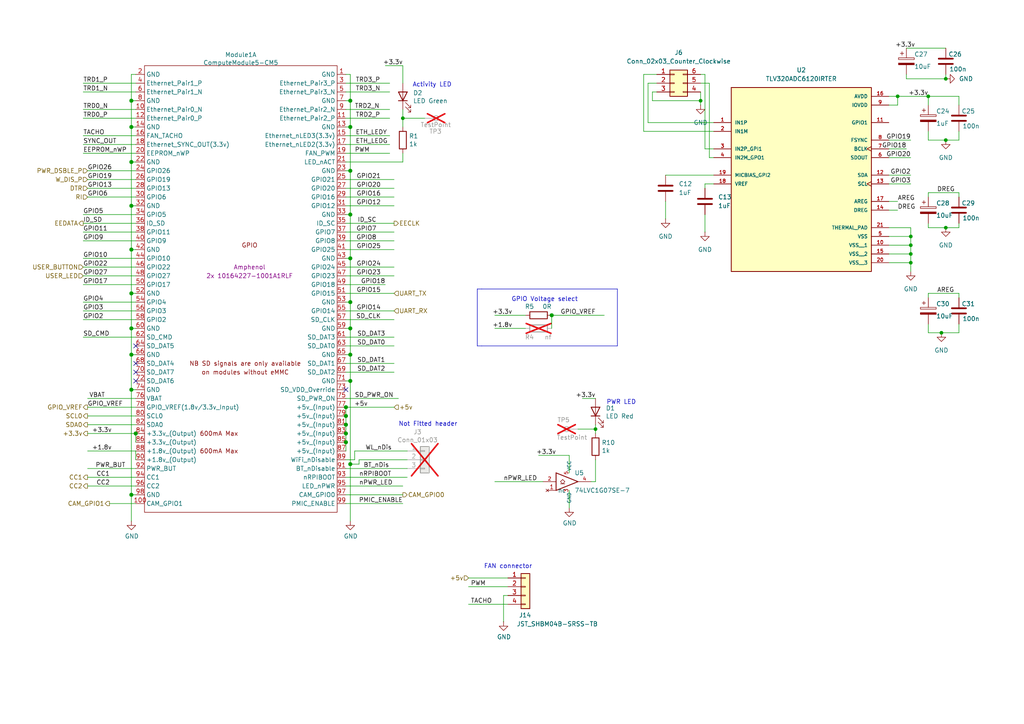
<source format=kicad_sch>
(kicad_sch (version 20250114) (generator "eeschema") (generator_version "9.0")
  (paper "A4")
  (title_block (title "Compute Module 5 IO Board") (rev "1") (company "E-SMART SOLUTIONS") (comment 1 "Mostafa Bakir"))
  (text "Activity LED" (at 119.634 25.4 0) (effects (font (size 1.27 1.27)) (justify left bottom)))
  (text "FAN connector\n" (at 140.335 165.1 0) (effects (font (size 1.27 1.27)) (justify left bottom)))
  (text "GPIO Voltage select\n" (at 167.64 87.63 0) (effects (font (size 1.27 1.27)) (justify right bottom)))
  (text "Not Fitted header" (at 132.715 123.825 0) (effects (font (size 1.27 1.27)) (justify right bottom)))
  (text "PWR LED" (at 175.895 117.475 0) (effects (font (size 1.27 1.27)) (justify left bottom)))
  (junction (at 101.6 36.83) (diameter 1.016))
  (junction (at 101.6 29.21) (diameter 1.016))
  (junction (at 101.6 102.87) (diameter 1.016))
  (junction (at 38.1 113.03) (diameter 1.016))
  (junction (at 273.05 96.52))
  (junction (at 38.1 46.99) (diameter 1.016))
  (junction (at 100.33 125.73) (diameter 1.016))
  (junction (at 38.1 72.39) (diameter 1.016))
  (junction (at 100.33 123.19) (diameter 1.016))
  (junction (at 38.1 143.51) (diameter 1.016))
  (junction (at 38.1 59.69) (diameter 1.016))
  (junction (at 101.6 62.23) (diameter 1.016))
  (junction (at 38.1 95.25) (diameter 1.016))
  (junction (at 264.16 73.66))
  (junction (at 264.16 76.2))
  (junction (at 100.33 118.11) (diameter 1.016))
  (junction (at 101.6 95.25) (diameter 1.016))
  (junction (at 274.32 40.64))
  (junction (at 269.24 27.94))
  (junction (at 101.6 87.63) (diameter 1.016))
  (junction (at 38.1 85.09) (diameter 1.016))
  (junction (at 100.33 120.65) (diameter 1.016))
  (junction (at 172.72 124.46))
  (junction (at 38.1 36.83) (diameter 1.016))
  (junction (at 39.37 125.73) (diameter 1.016))
  (junction (at 38.1 102.87) (diameter 1.016))
  (junction (at 160.02 91.44) (diameter 1.016))
  (junction (at 38.1 29.21) (diameter 1.016))
  (junction (at 100.33 128.27) (diameter 1.016))
  (junction (at 116.84 34.29))
  (junction (at 203.2 29.21))
  (junction (at 101.6 110.49) (diameter 1.016))
  (junction (at 101.6 134.62) (diameter 1.016))
  (junction (at 101.6 49.53) (diameter 1.016))
  (junction (at 274.32 22.86))
  (junction (at 264.16 71.12))
  (junction (at 101.6 74.93) (diameter 1.016))
  (junction (at 264.16 68.58))
  (junction (at 274.32 66.04))
  (junction (at 260.35 27.94))
  (no_connect (at 39.37 107.95))
  (no_connect (at 100.33 113.03))
  (no_connect (at 39.37 100.33))
  (no_connect (at 39.37 105.41))
  (no_connect (at 39.37 110.49))
  (wire (pts (xy 278.13 30.48) (xy 278.13 27.94)))
  (wire (pts (xy 101.6 110.49) (xy 101.6 134.62)))
  (wire (pts (xy 204.47 62.23) (xy 204.47 67.31)))
  (wire (pts (xy 100.33 135.89) (xy 118.11 135.89)))
  (wire (pts (xy 189.23 29.21) (xy 203.2 29.21)))
  (wire (pts (xy 187.96 24.13) (xy 190.5 24.13)))
  (wire (pts (xy 100.33 102.87) (xy 101.6 102.87)))
  (wire (pts (xy 24.13 90.17) (xy 39.37 90.17)))
  (wire (pts (xy 204.47 21.59) (xy 204.47 43.18)))
  (wire (pts (xy 39.37 133.35) (xy 39.37 130.81)))
  (wire (pts (xy 260.35 30.48) (xy 260.35 27.94)))
  (wire (pts (xy 24.13 44.45) (xy 39.37 44.45)))
  (wire (pts (xy 100.33 95.25) (xy 101.6 95.25)))
  (wire (pts (xy 101.6 102.87) (xy 101.6 110.49)))
  (wire (pts (xy 100.33 100.33) (xy 114.3 100.33)))
  (wire (pts (xy 39.37 128.27) (xy 39.37 125.73)))
  (wire (pts (xy 100.33 118.11) (xy 114.3 118.11)))
  (wire (pts (xy 101.6 36.83) (xy 101.6 49.53)))
  (polyline (pts (xy 179.07 83.82) (xy 179.07 100.33)) (stroke (width 0) (type solid)))
  (wire (pts (xy 24.13 92.71) (xy 39.37 92.71)))
  (wire (pts (xy 278.13 96.52) (xy 278.13 93.98)))
  (wire (pts (xy 205.74 45.72) (xy 207.01 45.72)))
  (wire (pts (xy 116.84 36.83) (xy 116.84 34.29)))
  (wire (pts (xy 262.89 22.86) (xy 274.32 22.86)))
  (wire (pts (xy 24.13 31.75) (xy 39.37 31.75)))
  (wire (pts (xy 186.69 38.1) (xy 186.69 21.59)))
  (wire (pts (xy 24.13 77.47) (xy 39.37 77.47)))
  (wire (pts (xy 100.33 29.21) (xy 101.6 29.21)))
  (wire (pts (xy 100.33 90.17) (xy 114.3 90.17)))
  (wire (pts (xy 24.13 82.55) (xy 39.37 82.55)))
  (wire (pts (xy 264.16 76.2) (xy 264.16 73.66)))
  (wire (pts (xy 24.13 80.01) (xy 39.37 80.01)))
  (wire (pts (xy 100.33 34.29) (xy 113.03 34.29)))
  (wire (pts (xy 39.37 36.83) (xy 38.1 36.83)))
  (wire (pts (xy 100.33 44.45) (xy 113.03 44.45)))
  (wire (pts (xy 100.33 31.75) (xy 113.03 31.75)))
  (wire (pts (xy 102.87 133.35) (xy 102.87 130.81)))
  (wire (pts (xy 24.13 67.31) (xy 39.37 67.31)))
  (wire (pts (xy 104.14 133.35) (xy 118.11 133.35)))
  (wire (pts (xy 100.33 87.63) (xy 101.6 87.63)))
  (wire (pts (xy 24.13 39.37) (xy 39.37 39.37)))
  (wire (pts (xy 39.37 21.59) (xy 38.1 21.59)))
  (wire (pts (xy 101.6 21.59) (xy 101.6 29.21)))
  (wire (pts (xy 101.6 29.21) (xy 101.6 36.83)))
  (wire (pts (xy 38.1 143.51) (xy 38.1 151.13)))
  (wire (pts (xy 146.05 172.72) (xy 146.05 180.34)))
  (wire (pts (xy 264.16 68.58) (xy 257.81 68.58)))
  (wire (pts (xy 165.1 142.24) (xy 165.1 147.32)))
  (wire (pts (xy 100.33 57.15) (xy 114.3 57.15)))
  (wire (pts (xy 262.89 13.97) (xy 274.32 13.97)))
  (wire (pts (xy 167.64 124.46) (xy 172.72 124.46)))
  (wire (pts (xy 165.1 137.16) (xy 165.1 132.08)))
  (wire (pts (xy 262.89 21.59) (xy 262.89 22.86)))
  (wire (pts (xy 100.33 143.51) (xy 116.84 143.51)))
  (wire (pts (xy 257.81 30.48) (xy 260.35 30.48)))
  (wire (pts (xy 100.33 107.95) (xy 114.3 107.95)))
  (wire (pts (xy 100.33 80.01) (xy 114.3 80.01)))
  (wire (pts (xy 25.4 138.43) (xy 39.37 138.43)))
  (wire (pts (xy 101.6 95.25) (xy 101.6 102.87)))
  (wire (pts (xy 38.1 72.39) (xy 38.1 85.09)))
  (wire (pts (xy 101.6 49.53) (xy 101.6 62.23)))
  (wire (pts (xy 143.51 95.25) (xy 152.4 95.25)))
  (wire (pts (xy 24.13 74.93) (xy 39.37 74.93)))
  (wire (pts (xy 100.33 140.97) (xy 116.84 140.97)))
  (wire (pts (xy 205.74 24.13) (xy 203.2 24.13)))
  (wire (pts (xy 264.16 68.58) (xy 264.16 71.12)))
  (wire (pts (xy 39.37 29.21) (xy 38.1 29.21)))
  (wire (pts (xy 25.4 140.97) (xy 39.37 140.97)))
  (wire (pts (xy 25.4 135.89) (xy 39.37 135.89)))
  (wire (pts (xy 100.33 128.27) (xy 100.33 130.81)))
  (wire (pts (xy 273.05 96.52) (xy 278.13 96.52)))
  (wire (pts (xy 100.33 41.91) (xy 113.03 41.91)))
  (wire (pts (xy 100.33 115.57) (xy 115.57 115.57)))
  (wire (pts (xy 114.3 97.79) (xy 100.33 97.79)))
  (wire (pts (xy 24.13 26.67) (xy 39.37 26.67)))
  (wire (pts (xy 186.69 21.59) (xy 190.5 21.59)))
  (wire (pts (xy 25.4 49.53) (xy 39.37 49.53)))
  (wire (pts (xy 278.13 64.77) (xy 278.13 66.04)))
  (wire (pts (xy 100.33 120.65) (xy 100.33 123.19)))
  (wire (pts (xy 100.33 74.93) (xy 101.6 74.93)))
  (wire (pts (xy 100.33 39.37) (xy 113.03 39.37)))
  (polyline (pts (xy 139.7 83.82) (xy 179.07 83.82)) (stroke (width 0) (type solid)))
  (wire (pts (xy 269.24 66.04) (xy 269.24 64.77)))
  (wire (pts (xy 207.01 43.18) (xy 204.47 43.18)))
  (wire (pts (xy 278.13 55.88) (xy 278.13 57.15)))
  (wire (pts (xy 100.33 138.43) (xy 118.11 138.43)))
  (wire (pts (xy 38.1 95.25) (xy 39.37 95.25)))
  (wire (pts (xy 257.81 43.18) (xy 262.89 43.18)))
  (wire (pts (xy 38.1 102.87) (xy 38.1 113.03)))
  (wire (pts (xy 38.1 85.09) (xy 38.1 95.25)))
  (wire (pts (xy 31.75 146.05) (xy 39.37 146.05)))
  (wire (pts (xy 116.84 19.05) (xy 116.84 24.13)))
  (wire (pts (xy 269.24 96.52) (xy 273.05 96.52)))
  (wire (pts (xy 203.2 29.21) (xy 203.2 30.48)))
  (wire (pts (xy 257.81 53.34) (xy 264.16 53.34)))
  (wire (pts (xy 264.16 73.66) (xy 264.16 71.12)))
  (wire (pts (xy 116.84 34.29) (xy 116.84 31.75)))
  (wire (pts (xy 257.81 40.64) (xy 264.16 40.64)))
  (wire (pts (xy 264.16 66.04) (xy 264.16 68.58)))
  (wire (pts (xy 204.47 21.59) (xy 203.2 21.59)))
  (wire (pts (xy 190.5 26.67) (xy 189.23 26.67)))
  (wire (pts (xy 104.14 134.62) (xy 104.14 133.35)))
  (wire (pts (xy 101.6 134.62) (xy 101.6 151.13)))
  (wire (pts (xy 38.1 59.69) (xy 38.1 72.39)))
  (wire (pts (xy 274.32 66.04) (xy 269.24 66.04)))
  (wire (pts (xy 38.1 113.03) (xy 39.37 113.03)))
  (wire (pts (xy 38.1 72.39) (xy 39.37 72.39)))
  (wire (pts (xy 25.4 54.61) (xy 39.37 54.61)))
  (wire (pts (xy 100.33 52.07) (xy 114.3 52.07)))
  (wire (pts (xy 186.69 38.1) (xy 207.01 38.1)))
  (wire (pts (xy 257.81 58.42) (xy 260.35 58.42)))
  (wire (pts (xy 257.81 73.66) (xy 264.16 73.66)))
  (wire (pts (xy 25.4 130.81) (xy 39.37 130.81)))
  (wire (pts (xy 260.35 27.94) (xy 269.24 27.94)))
  (wire (pts (xy 24.13 97.79) (xy 39.37 97.79)))
  (wire (pts (xy 24.13 24.13) (xy 39.37 24.13)))
  (wire (pts (xy 100.33 62.23) (xy 101.6 62.23)))
  (wire (pts (xy 100.33 24.13) (xy 113.03 24.13)))
  (wire (pts (xy 100.33 36.83) (xy 101.6 36.83)))
  (wire (pts (xy 38.1 95.25) (xy 38.1 102.87)))
  (wire (pts (xy 172.72 133.35) (xy 172.72 139.7)))
  (wire (pts (xy 193.04 50.8) (xy 207.01 50.8)))
  (wire (pts (xy 39.37 143.51) (xy 38.1 143.51)))
  (wire (pts (xy 25.4 57.15) (xy 39.37 57.15)))
  (wire (pts (xy 25.4 123.19) (xy 39.37 123.19)))
  (wire (pts (xy 38.1 113.03) (xy 38.1 143.51)))
  (wire (pts (xy 165.1 132.08) (xy 156.21 132.08)))
  (wire (pts (xy 172.72 123.19) (xy 172.72 124.46)))
  (wire (pts (xy 269.24 55.88) (xy 278.13 55.88)))
  (wire (pts (xy 102.87 130.81) (xy 118.11 130.81)))
  (wire (pts (xy 100.33 146.05) (xy 116.84 146.05)))
  (wire (pts (xy 100.33 64.77) (xy 114.3 64.77)))
  (wire (pts (xy 274.32 40.64) (xy 278.13 40.64)))
  (wire (pts (xy 101.6 87.63) (xy 101.6 95.25)))
  (wire (pts (xy 269.24 57.15) (xy 269.24 55.88)))
  (wire (pts (xy 147.32 172.72) (xy 146.05 172.72)))
  (wire (pts (xy 100.33 54.61) (xy 114.3 54.61)))
  (wire (pts (xy 278.13 86.36) (xy 278.13 85.09)))
  (wire (pts (xy 264.16 78.74) (xy 264.16 76.2)))
  (wire (pts (xy 116.84 46.99) (xy 116.84 44.45)))
  (wire (pts (xy 100.33 133.35) (xy 102.87 133.35)))
  (wire (pts (xy 100.33 69.85) (xy 114.3 69.85)))
  (wire (pts (xy 114.3 105.41) (xy 100.33 105.41)))
  (wire (pts (xy 257.81 45.72) (xy 264.16 45.72)))
  (wire (pts (xy 25.4 118.11) (xy 39.37 118.11)))
  (wire (pts (xy 100.33 85.09) (xy 114.3 85.09)))
  (wire (pts (xy 257.81 76.2) (xy 264.16 76.2)))
  (wire (pts (xy 135.89 170.18) (xy 147.32 170.18)))
  (wire (pts (xy 143.51 91.44) (xy 152.4 91.44)))
  (wire (pts (xy 24.13 34.29) (xy 39.37 34.29)))
  (wire (pts (xy 25.4 115.57) (xy 39.37 115.57)))
  (wire (pts (xy 207.01 35.56) (xy 187.96 35.56)))
  (wire (pts (xy 25.4 125.73) (xy 39.37 125.73)))
  (wire (pts (xy 100.33 59.69) (xy 114.3 59.69)))
  (wire (pts (xy 135.89 175.26) (xy 147.32 175.26)))
  (wire (pts (xy 257.81 50.8) (xy 264.16 50.8)))
  (wire (pts (xy 114.3 92.71) (xy 100.33 92.71)))
  (wire (pts (xy 100.33 67.31) (xy 114.3 67.31)))
  (wire (pts (xy 278.13 38.1) (xy 278.13 40.64)))
  (wire (pts (xy 24.13 64.77) (xy 39.37 64.77)))
  (wire (pts (xy 172.72 139.7) (xy 171.45 139.7)))
  (wire (pts (xy 269.24 85.09) (xy 269.24 86.36)))
  (wire (pts (xy 274.32 22.86) (xy 274.32 21.59)))
  (wire (pts (xy 25.4 120.65) (xy 39.37 120.65)))
  (wire (pts (xy 38.1 36.83) (xy 38.1 46.99)))
  (wire (pts (xy 100.33 46.99) (xy 116.84 46.99)))
  (polyline (pts (xy 138.43 100.33) (xy 138.43 83.82)) (stroke (width 0) (type solid)))
  (wire (pts (xy 160.02 91.44) (xy 175.26 91.44)))
  (wire (pts (xy 257.81 71.12) (xy 264.16 71.12)))
  (wire (pts (xy 269.24 93.98) (xy 269.24 96.52)))
  (wire (pts (xy 204.47 53.34) (xy 204.47 54.61)))
  (wire (pts (xy 205.74 24.13) (xy 205.74 45.72)))
  (wire (pts (xy 172.72 115.57) (xy 168.91 115.57)))
  (wire (pts (xy 100.33 72.39) (xy 114.3 72.39)))
  (wire (pts (xy 38.1 29.21) (xy 38.1 36.83)))
  (wire (pts (xy 100.33 21.59) (xy 101.6 21.59)))
  (wire (pts (xy 100.33 110.49) (xy 101.6 110.49)))
  (wire (pts (xy 278.13 85.09) (xy 269.24 85.09)))
  (wire (pts (xy 143.51 139.7) (xy 157.48 139.7)))
  (wire (pts (xy 24.13 69.85) (xy 39.37 69.85)))
  (wire (pts (xy 24.13 87.63) (xy 39.37 87.63)))
  (wire (pts (xy 100.33 118.11) (xy 100.33 120.65)))
  (wire (pts (xy 278.13 27.94) (xy 269.24 27.94)))
  (wire (pts (xy 111.76 19.05) (xy 116.84 19.05)))
  (wire (pts (xy 100.33 49.53) (xy 101.6 49.53)))
  (wire (pts (xy 278.13 66.04) (xy 274.32 66.04)))
  (wire (pts (xy 100.33 26.67) (xy 113.03 26.67)))
  (wire (pts (xy 257.81 60.96) (xy 260.35 60.96)))
  (wire (pts (xy 24.13 62.23) (xy 39.37 62.23)))
  (wire (pts (xy 24.13 41.91) (xy 39.37 41.91)))
  (wire (pts (xy 203.2 26.67) (xy 203.2 29.21)))
  (wire (pts (xy 189.23 26.67) (xy 189.23 29.21)))
  (wire (pts (xy 101.6 74.93) (xy 101.6 87.63)))
  (polyline (pts (xy 139.7 83.82) (xy 138.43 83.82)) (stroke (width 0) (type solid)))
  (wire (pts (xy 257.81 66.04) (xy 264.16 66.04)))
  (wire (pts (xy 100.33 123.19) (xy 100.33 125.73)))
  (wire (pts (xy 25.4 52.07) (xy 39.37 52.07)))
  (wire (pts (xy 38.1 46.99) (xy 39.37 46.99)))
  (wire (pts (xy 187.96 35.56) (xy 187.96 24.13)))
  (wire (pts (xy 38.1 21.59) (xy 38.1 29.21)))
  (wire (pts (xy 135.89 167.64) (xy 147.32 167.64)))
  (wire (pts (xy 269.24 40.64) (xy 274.32 40.64)))
  (wire (pts (xy 38.1 85.09) (xy 39.37 85.09)))
  (wire (pts (xy 100.33 125.73) (xy 100.33 128.27)))
  (wire (pts (xy 160.02 91.44) (xy 160.02 95.25)))
  (wire (pts (xy 100.33 77.47) (xy 114.3 77.47)))
  (wire (pts (xy 38.1 102.87) (xy 39.37 102.87)))
  (wire (pts (xy 38.1 59.69) (xy 39.37 59.69)))
  (polyline (pts (xy 179.07 100.33) (xy 139.7 100.33)) (stroke (width 0) (type solid)))
  (wire (pts (xy 172.72 124.46) (xy 172.72 125.73)))
  (wire (pts (xy 257.81 27.94) (xy 260.35 27.94)))
  (wire (pts (xy 100.33 82.55) (xy 111.76 82.55)))
  (wire (pts (xy 116.84 34.29) (xy 123.19 34.29)))
  (wire (pts (xy 101.6 62.23) (xy 101.6 74.93)))
  (wire (pts (xy 38.1 46.99) (xy 38.1 59.69)))
  (wire (pts (xy 193.04 58.42) (xy 193.04 63.5)))
  (wire (pts (xy 101.6 134.62) (xy 104.14 134.62)))
  (wire (pts (xy 207.01 53.34) (xy 204.47 53.34)))
  (wire (pts (xy 269.24 38.1) (xy 269.24 40.64)))
  (polyline (pts (xy 138.43 100.33) (xy 139.7 100.33)) (stroke (width 0) (type solid)))
  (wire (pts (xy 269.24 27.94) (xy 269.24 30.48)))
  (label "+1.8v" (at 148.59 95.25 180))
  (label "SD_DAT2" (at 111.76 107.95 180))
  (label "AREG" (at 260.35 58.42 0))
  (label "GPIO5" (at 24.13 62.23 0))
  (label "TRD3_N" (at 103.124 26.67 0))
  (label "GPIO2" (at 24.13 92.71 0))
  (label "GPIO9" (at 24.13 69.85 0))
  (label "ETH_LEDG" (at 103.124 41.91 0))
  (label "SD_DAT1" (at 111.76 105.41 180))
  (label "GPIO2" (at 264.16 50.8 180))
  (label "GPIO10" (at 24.13 74.93 0))
  (label "TRD3_P" (at 103.124 24.13 0))
  (label "GPIO6" (at 25.4 57.15 0))
  (label "GPIO20" (at 110.49 54.61 180))
  (label "GPIO25" (at 110.49 72.39 180))
  (label "SD_DAT0" (at 111.76 100.33 180))
  (label "GPIO15" (at 110.49 85.09 180))
  (label "GPIO13" (at 25.4 54.61 0))
  (label "GPIO7" (at 109.22 67.31 180))
  (label "GPIO14" (at 110.49 90.17 180))
  (label "BT_nDis" (at 112.8776 135.89 180))
  (label "ETH_LEDY" (at 103.124 39.37 0))
  (label "SD_PWR_ON" (at 102.87 115.57 0))
  (label "PWM" (at 102.87 44.45 0))
  (label "GPIO4" (at 24.13 87.63 0))
  (label "TRD1_P" (at 24.13 24.13 0))
  (label "GPIO18" (at 262.89 43.18 180))
  (label "CC1" (at 27.94 138.43 0))
  (label "WL_nDis" (at 113.665 130.81 180))
  (label "+3.3v" (at 116.84 19.05 180))
  (label "DREG" (at 271.78 55.88 0))
  (label "SD_DAT3" (at 111.76 97.79 180))
  (label "GPIO27" (at 24.13 80.01 0))
  (label "EEPROM_nWP" (at 24.13 44.45 0))
  (label "GPIO_VREF" (at 25.4 118.11 0))
  (label "GPIO21" (at 110.49 52.07 180))
  (label "GPIO23" (at 110.49 80.01 180))
  (label "TRD0_N" (at 24.13 31.75 0))
  (label "+1.8v" (at 26.67 130.81 0))
  (label "+3.3v" (at 269.24 27.94 180))
  (label "+3.3v" (at 265.43 13.97 180))
  (label "SD_CLK" (at 110.49 92.71 180))
  (label "GPIO16" (at 110.49 57.15 180))
  (label "GPIO12" (at 110.49 59.69 180))
  (label "+3.3v" (at 26.67 125.73 0))
  (label "PWM" (at 136.525 170.18 0))
  (label "GPIO8" (at 109.22 69.85 180))
  (label "GPIO17" (at 24.13 82.55 0))
  (label "SYNC_OUT" (at 24.13 41.91 0))
  (label "nPWR_LED" (at 146.05 139.7 0))
  (label "DREG" (at 260.35 60.96 0))
  (label "GPIO19" (at 264.16 40.64 180))
  (label "TRD2_N" (at 102.87 31.75 0))
  (label "nPWR_LED" (at 104.14 140.97 0))
  (label "TRD0_P" (at 24.13 34.29 0))
  (label "+3.3v" (at 148.59 91.44 180))
  (label "AREG" (at 271.78 85.09 0))
  (label "GPIO26" (at 25.4 49.53 0))
  (label "TACHO" (at 136.525 175.26 0))
  (label "PWR_BUT" (at 27.686 135.89 0))
  (label "+3.3v" (at 161.29 132.08 180))
  (label "nRPIBOOT" (at 104.14 138.43 0))
  (label "GPIO11" (at 24.13 67.31 0))
  (label "ID_SD" (at 24.13 64.77 0))
  (label "TRD1_N" (at 24.13 26.67 0))
  (label "GPIO24" (at 110.49 77.47 180))
  (label "VBAT" (at 30.48 115.57 180))
  (label "ID_SC" (at 109.22 64.77 180))
  (label "CC2" (at 27.94 140.97 0))
  (label "TACHO" (at 24.13 39.37 0))
  (label "+5v" (at 106.68 118.11 180))
  (label "SD_CMD" (at 24.13 97.79 0))
  (label "GPIO3" (at 264.16 53.34 180))
  (label "PMIC_ENABLE" (at 116.84 146.05 180))
  (label "+3.3v" (at 172.72 115.57 180))
  (label "GPIO_VREF" (at 162.56 91.44 0))
  (label "GPIO18" (at 111.76 82.55 180))
  (label "TRD2_P" (at 103.124 34.29 0))
  (label "GPIO19" (at 25.4 52.07 0))
  (label "GPIO20" (at 264.16 45.72 180))
  (label "GPIO22" (at 24.13 77.47 0))
  (label "GPIO3" (at 24.13 90.17 0))
  (hierarchical_label "CC1" (shape output) (at 25.4 138.43 180))
  (hierarchical_label "EEDATA" (shape output) (at 24.13 64.77 180))
  (hierarchical_label "SDA0" (shape output) (at 25.4 123.19 180))
  (hierarchical_label "CAM_GPIO1" (shape output) (at 31.75 146.05 180))
  (hierarchical_label "PWR_DSBLE_P" (shape input) (at 25.4 49.53 180))
  (hierarchical_label "CC2" (shape output) (at 25.4 140.97 180))
  (hierarchical_label "RI" (shape input) (at 25.4 57.15 180))
  (hierarchical_label "+3.3v" (shape output) (at 25.4 125.73 180))
  (hierarchical_label "GPIO_VREF" (shape output) (at 25.4 118.11 180))
  (hierarchical_label "W_DIS_P" (shape input) (at 25.4 52.07 180))
  (hierarchical_label "EECLK" (shape output) (at 114.3 64.77 0))
  (hierarchical_label "DTR" (shape input) (at 25.4 54.61 180))
  (hierarchical_label "SCL0" (shape output) (at 25.4 120.65 180))
  (hierarchical_label "+5v" (shape input) (at 135.89 167.64 180))
  (hierarchical_label "USER_BUTTON" (shape input) (at 24.13 77.47 180))
  (hierarchical_label "USER_LED" (shape input) (at 24.13 80.01 180))
  (hierarchical_label "CAM_GPIO0" (shape output) (at 116.84 143.51 0))
  (hierarchical_label "UART_RX" (shape input) (at 114.3 90.17 0))
  (hierarchical_label "UART_TX" (shape input) (at 114.3 85.09 0))
  (hierarchical_label "+5v" (shape input) (at 114.3 118.11 0))
  (symbol (lib_id "CM5IO:74LVC1G07_copy") (at 165.1 139.7 0) (unit 1)
    (property "Reference" "U5" (at 166.624 137.16 0) (effects (justify left)))
    (property "Value" "74LVC1G07SE-7" (at 166.624 142.24 0) (effects (justify left)))
    (property "Footprint" "Package_TO_SOT_SMD:SOT-353_SC-70-5" (effects (hide yes)))
    (property "Datasheet" "https://www.diodes.com/assets/Datasheets/74LVC1G07.pdf" (effects (hide yes)))
    (property "Field4" "Farnell" (effects (hide yes)))
    (property "Field5" "2425492" (effects (hide yes)))
    (property "Field6" "74LVC1G07SE-7" (effects (hide yes)))
    (property "Field7" "Diodes" (effects (hide yes)))
    (property "Part Description" "Buffer, Non-Inverting 1 Element 1 Bit per Element Open Drain Output SOT-353" (effects (hide yes)))
    (property "LCSC" "C5138996" (effects (hide yes)))
  )
  (symbol (lib_id "CM5IO:ComputeModule5-CM5") (at 72.39 77.47 0) (unit 1)
    (property "Reference" "Module1" (at 69.85 15.875 0))
    (property "Value" "ComputeModule5-CM5" (at 69.85 18.1864 0))
    (property "Footprint" "CM5IO:Raspberry-Pi-5-Compute-Module" (effects (hide yes)))
    (property "Description" "RaspberryPi Compute module 5" (effects (hide yes)))
    (property "Field4" "Amphenol" (at 72.39 77.47 0))
    (property "Field5" "2x 10164227-1001A1RLF" (at 72.39 80.01 0))
    (property "Field6" "2x 10164227-1001A1RLF" (effects (hide yes)))
    (property "Field7" "Hirose" (effects (hide yes)))
    (property "Part Description" "	100 Position Connector Receptacle, Center Strip Contacts Surface Mount Gold" (effects (hide yes)))
    (property "LCSC" "C6782225" (effects (hide yes)))
  )
  (symbol (lib_id "power:GND") (at 38.1 151.13 0) (unit 1)
    (property "Reference" "#PWR0104" (effects (hide yes)))
    (property "Value" "GND" (at 38.227 155.5242 0))
    (property "Description" "Power symbol creates a global label with name \"GND\" , ground" (effects (hide yes)))
  )
  (symbol (lib_id "power:GND") (at 101.6 151.13 0) (unit 1)
    (property "Reference" "#PWR0105" (effects (hide yes)))
    (property "Value" "GND" (at 101.727 155.5242 0))
    (property "Description" "Power symbol creates a global label with name \"GND\" , ground" (effects (hide yes)))
  )
  (symbol (lib_id "Device:LED") (at 116.84 27.94 90) (unit 1)
    (property "Reference" "D2" (at 119.8118 26.9494 90) (effects (justify right)))
    (property "Value" "LED Green" (at 119.8118 29.2608 90) (effects (justify right)))
    (property "Footprint" "LED_SMD:LED_0603_1608Metric" (effects (hide yes)))
    (property "Datasheet" "http://optoelectronics.liteon.com/upload/download/DS22-2000-226/LTST-S270KGKT.pdf" (effects (hide yes)))
    (property "Field4" "Digikey " (effects (hide yes)))
    (property "Field5" "LTST-S270KGKT" (effects (hide yes)))
    (property "Field6" "SML-A12M8TT86N" (effects (hide yes)))
    (property "Field7" "Rohm" (effects (hide yes)))
    (property "Field8" "650263301" (effects (hide yes)))
    (property "Part Description" "	Green 572nm LED Indication - Discrete 2.2V 2-SMD, No Lead" (effects (hide yes)))
  )
  (symbol (lib_id "Device:R") (at 116.84 40.64 0) (unit 1)
    (property "Reference" "R1" (at 118.618 39.4716 0) (effects (justify left)))
    (property "Value" "1k" (at 118.618 41.783 0) (effects (justify left)))
    (property "Footprint" "Resistor_SMD:R_0402_1005Metric" (effects (hide yes)))
    (property "Datasheet" "https://fscdn.rohm.com/en/products/databook/datasheet/passive/resistor/chip_resistor/mcr-e.pdf" (effects (hide yes)))
    (property "Field4" "Farnell" (effects (hide yes)))
    (property "Field5" "9239235" (effects (hide yes)))
    (property "Field7" "KOA EUROPE GMBH" (effects (hide yes)))
    (property "Field6" "RK73H1ETTP1001F" (effects (hide yes)))
    (property "Part Description" "Resistor 1K M1005 1% 63mW" (effects (hide yes)))
    (property "Field8" "125049511" (effects (hide yes)))
  )
  (symbol (lib_id "power:GND") (at 165.1 147.32 0) (unit 1)
    (property "Reference" "#PWR05" (effects (hide yes)))
    (property "Value" "GND" (at 165.227 151.7142 0))
    (property "Description" "Power symbol creates a global label with name \"GND\" , ground" (effects (hide yes)))
  )
  (symbol (lib_name "LED_1") (lib_id "Device:LED") (at 172.72 119.38 90) (unit 1)
    (property "Reference" "D1" (at 175.6918 118.3894 90) (effects (justify right)))
    (property "Value" "LED Red" (at 175.6918 120.7008 90) (effects (justify right)))
    (property "Footprint" "LED_SMD:LED_0603_1608Metric" (effects (hide yes)))
    (property "Datasheet" "http://optoelectronics.liteon.com/upload/download/DS22-2000-210/LTST-S270KRKT.pdf" (effects (hide yes)))
    (property "Field4" "Digikey " (effects (hide yes)))
    (property "Field5" "	LTST-S270KRKT" (effects (hide yes)))
    (property "Field6" "SML-A12U8TT86Q" (effects (hide yes)))
    (property "Field7" "Rohm" (effects (hide yes)))
    (property "Field8" "650295101" (effects (hide yes)))
    (property "Part Description" "	Red 620nm LED Indication - Discrete 2.2V 2-SMD, No Lead" (effects (hide yes)))
    (property "LCSC" "C2286" (effects (hide yes)))
  )
  (symbol (lib_id "Device:R") (at 172.72 129.54 0) (unit 1)
    (property "Reference" "R10" (at 174.498 128.3716 0) (effects (justify left)))
    (property "Value" "1k" (at 174.498 130.683 0) (effects (justify left)))
    (property "Footprint" "Resistor_SMD:R_0402_1005Metric" (effects (hide yes)))
    (property "Datasheet" "https://fscdn.rohm.com/en/products/databook/datasheet/passive/resistor/chip_resistor/mcr-e.pdf" (effects (hide yes)))
    (property "Field4" "Farnell" (effects (hide yes)))
    (property "Field5" "9239235" (effects (hide yes)))
    (property "Field7" "KOA EUROPE GMBH" (effects (hide yes)))
    (property "Field6" "RK73H1ETTP1001F" (effects (hide yes)))
    (property "Part Description" "Resistor 1K M1005 1% 63mW" (effects (hide yes)))
    (property "Field8" "125049511" (effects (hide yes)))
  )
  (symbol (lib_id "Connector:TestPoint") (at 167.64 124.46 90) (unit 1) (in_bom no) (on_board no) (dnp yes)
    (property "Reference" "TP5" (at 165.2778 121.793 90) (effects (justify left)))
    (property "Value" "TestPoint" (at 170.3578 126.873 90) (effects (justify left)))
    (property "Footprint" "TestPoint:TestPoint_Pad_2.0x2.0mm" (effects (hide yes)))
    (property "Field4" "nf" (effects (hide yes)))
    (property "Field5" "nf" (effects (hide yes)))
    (property "Field6" "nf" (effects (hide yes)))
    (property "Field7" "nf" (effects (hide yes)))
    (property "Part Description" "Test point" (effects (hide yes)))
  )
  (symbol (lib_id "Device:R") (at 156.21 91.44 90) (unit 1)
    (property "Reference" "R5" (at 154.94 88.9 90) (effects (justify left)))
    (property "Value" "0R" (at 160.02 88.9 90) (effects (justify left)))
    (property "Footprint" "Resistor_SMD:R_0805_2012Metric_Pad1.20x1.40mm_HandSolder" (effects (hide yes)))
    (property "Datasheet" "https://fscdn.rohm.com/en/products/databook/datasheet/passive/resistor/chip_resistor/mcr-e.pdf" (effects (hide yes)))
    (property "Field4" "Farnell" (effects (hide yes)))
    (property "Field5" "9233750" (effects (hide yes)))
    (property "Field7" "Rohm" (effects (hide yes)))
    (property "Field6" "MCR10EZPJ000" (effects (hide yes)))
    (property "Part Description" "Resistor 0R M2012 5% " (effects (hide yes)))
    (property "Field8" "121629591" (effects (hide yes)))
  )
  (symbol (lib_id "Device:R") (at 156.21 95.25 90) (unit 1) (exclude_from_sim yes) (in_bom no) (on_board no) (dnp yes)
    (property "Reference" "R4" (at 154.94 97.79 90) (effects (justify left)))
    (property "Value" "nf" (at 160.02 97.79 90) (effects (justify left)))
    (property "Footprint" "Resistor_SMD:R_0805_2012Metric_Pad1.20x1.40mm_HandSolder" (effects (hide yes)))
    (property "Datasheet" "https://fscdn.rohm.com/en/products/databook/datasheet/passive/resistor/chip_resistor/mcr-e.pdf" (effects (hide yes)))
    (property "Field4" "nf" (effects (hide yes)))
    (property "Field5" "nf" (effects (hide yes)))
    (property "Field6" "nf" (effects (hide yes)))
  )
  (symbol (lib_id "Connector_Generic:Conn_01x03") (at 123.19 133.35 0) (unit 1) (exclude_from_sim yes) (in_bom no) (on_board no) (dnp yes)
    (property "Reference" "J3" (at 121.1072 125.2982 0))
    (property "Value" "Conn_01x03" (at 121.1072 127.6096 0))
    (property "Footprint" "Connector_PinHeader_2.54mm:PinHeader_1x03_P2.54mm_Vertical" (effects (hide yes)))
    (property "Field4" "nf" (effects (hide yes)))
    (property "Field5" "nf" (effects (hide yes)))
    (property "Field6" "nf" (effects (hide yes)))
    (property "Field7" "nf" (effects (hide yes)))
    (property "Part Description" "3pin 0.1\" connector" (effects (hide yes)))
  )
  (symbol (lib_id "Connector_Generic:Conn_02x03_Counter_Clockwise") (at 195.58 24.13 0) (unit 1)
    (property "Reference" "J6" (at 196.85 15.24 0))
    (property "Value" "Conn_02x03_Counter_Clockwise" (at 196.85 17.78 0))
    (property "Footprint" "Connector_PinHeader_2.54mm:PinHeader_2x03_P2.54mm_Vertical" (effects (hide yes)))
    (property "Description" "Generic connector, double row, 02x03, counter clockwise pin numbering scheme (similar to DIP package numbering), script generated (kicad-library-utils/schlib/autogen/connector/)" (effects (hide yes)))
  )
  (symbol (lib_id "Device:C") (at 278.13 60.96 0) (unit 1)
    (property "Reference" "C29" (at 278.892 58.928 0) (effects (justify left)))
    (property "Value" "100n" (at 279.146 63.246 0) (effects (justify left)))
    (property "Footprint" "Capacitor_SMD:C_0402_1005Metric" (effects (hide yes)))
    (property "Datasheet" "https://search.murata.co.jp/Ceramy/image/img/A01X/G101/ENG/GRM155R71C104KA88-01.pdf" (effects (hide yes)))
    (property "Field4" "Farnell" (effects (hide yes)))
    (property "Field5" "2611911" (effects (hide yes)))
    (property "Field6" "RM EMK105 B7104KV-F" (effects (hide yes)))
    (property "Field7" "TAIYO YUDEN EUROPE GMBH" (effects (hide yes)))
    (property "Field8" "110091611" (effects (hide yes)))
    (property "Part Description" "	0.1uF 10% 16V Ceramic Capacitor X7R 0402 (1005 Metric)" (effects (hide yes)))
    (property "LCSC" "C327024" (effects (hide yes)))
  )
  (symbol (lib_id "power:GND") (at 203.2 30.48 0) (unit 1)
    (property "Reference" "#PWR062" (effects (hide yes)))
    (property "Value" "GND" (at 203.2 35.56 0))
    (property "Description" "Power symbol creates a global label with name \"GND\" , ground" (effects (hide yes)))
  )
  (symbol (lib_id "Device:C_Polarized") (at 269.24 34.29 0) (unit 1)
    (property "Reference" "C24" (at 271.526 32.258 0) (effects (justify left)))
    (property "Value" "1uF" (at 271.526 35.814 0) (effects (justify left)))
    (property "Footprint" "digikey-footprints:0805" (effects (hide yes)))
    (property "Description" "Polarized capacitor" (effects (hide yes)))
    (property "LCSC" "C28323" (effects (hide yes)))
  )
  (symbol (lib_id "power:GND") (at 146.05 180.34 0) (unit 1)
    (property "Reference" "#PWR06" (effects (hide yes)))
    (property "Value" "GND" (at 146.177 184.7342 0))
    (property "Description" "Power symbol creates a global label with name \"GND\" , ground" (effects (hide yes)))
  )
  (symbol (lib_id "Device:C") (at 204.47 58.42 0) (unit 1)
    (property "Reference" "C13" (at 208.28 57.1499 0) (effects (justify left)))
    (property "Value" "1uF" (at 208.28 59.6899 0) (effects (justify left)))
    (property "Footprint" "digikey-footprints:0603" (effects (hide yes)))
    (property "Description" "Unpolarized capacitor" (effects (hide yes)))
    (property "LCSC" "C15849" (effects (hide yes)))
  )
  (symbol (lib_id "power:GND") (at 273.05 96.52 0) (unit 1)
    (property "Reference" "#PWR061" (effects (hide yes)))
    (property "Value" "GND" (at 273.05 101.6 0))
    (property "Description" "Power symbol creates a global label with name \"GND\" , ground" (effects (hide yes)))
  )
  (symbol (lib_id "Device:C_Polarized") (at 269.24 90.17 0) (unit 1)
    (property "Reference" "C30" (at 271.526 88.138 0) (effects (justify left)))
    (property "Value" "10uF" (at 271.526 91.694 0) (effects (justify left)))
    (property "Footprint" "Capacitor_SMD:CP_Elec_6.3x5.9" (effects (hide yes)))
    (property "Description" "Polarized capacitor" (effects (hide yes)))
    (property "LCSC" "C14162" (effects (hide yes)))
  )
  (symbol (lib_id "power:GND") (at 204.47 67.31 0) (unit 1)
    (property "Reference" "#PWR031" (effects (hide yes)))
    (property "Value" "GND" (at 204.47 72.39 0))
    (property "Description" "Power symbol creates a global label with name \"GND\" , ground" (effects (hide yes)))
  )
  (symbol (lib_id "Device:C_Polarized") (at 262.89 17.78 0) (unit 1)
    (property "Reference" "C27" (at 265.176 15.748 0) (effects (justify left)))
    (property "Value" "10uF" (at 265.176 19.304 0) (effects (justify left)))
    (property "Footprint" "Capacitor_SMD:CP_Elec_6.3x5.9" (effects (hide yes)))
    (property "Description" "Polarized capacitor" (effects (hide yes)))
    (property "LCSC" "C14162" (effects (hide yes)))
  )
  (symbol (lib_id "power:GND") (at 193.04 63.5 0) (unit 1)
    (property "Reference" "#PWR02" (effects (hide yes)))
    (property "Value" "GND" (at 193.04 68.58 0))
    (property "Description" "Power symbol creates a global label with name \"GND\" , ground" (effects (hide yes)))
  )
  (symbol (lib_id "power:GND") (at 274.32 66.04 0) (unit 1)
    (property "Reference" "#PWR060" (effects (hide yes)))
    (property "Value" "GND" (at 274.32 71.12 0))
    (property "Description" "Power symbol creates a global label with name \"GND\" , ground" (effects (hide yes)))
  )
  (symbol (lib_id "TLV320ADC6120IRTER:TLV320ADC6120IRTER") (at 232.41 48.26 0) (unit 1)
    (property "Reference" "U2" (at 232.41 20.32 0))
    (property "Value" "TLV320ADC6120IRTER" (at 232.41 22.86 0))
    (property "Footprint" "TLV320ADC6120IRTER:IC_TLV320ADC6120IRTER" (effects (hide yes)))
    (property "PARTREV" "A" (effects (hide yes)))
    (property "STANDARD" "Manufacturer Recommendations" (effects (hide yes)))
    (property "MAXIMUM_PACKAGE_HEIGHT" "0.8mm" (effects (hide yes)))
    (property "MANUFACTURER" "Texas Instruments" (effects (hide yes)))
    (property "LCSC" "C2874822" (effects (hide yes)))
  )
  (symbol (lib_id "Connector_Generic:Conn_01x04") (at 152.4 170.18 0) (unit 1)
    (property "Reference" "J14" (at 150.495 178.435 0) (effects (justify left)))
    (property "Value" "JST_SHBM04B-SRSS-TB" (at 149.86 180.975 0) (effects (justify left)))
    (property "Footprint" "Connector_JST:JST_SH_BM04B-SRSS-TB_1x04-1MP_P1.00mm_Vertical" (effects (hide yes)))
    (property "Field5" "SHBM04B-SRSS-TB" (effects (hide yes)))
    (property "Field6" "SHBM04B-SRSS-TB" (effects (hide yes)))
    (property "Field7" "JST" (effects (hide yes)))
    (property "Part Description" "4 pin vertical 1mm pitch connector" (effects (hide yes)))
  )
  (symbol (lib_id "power:GND") (at 274.32 40.64 0) (unit 1)
    (property "Reference" "#PWR058" (effects (hide yes)))
    (property "Value" "GND" (at 274.32 45.72 0))
    (property "Description" "Power symbol creates a global label with name \"GND\" , ground" (effects (hide yes)))
  )
  (symbol (lib_id "Connector:TestPoint") (at 123.19 34.29 270) (unit 1) (in_bom no) (on_board no) (dnp yes)
    (property "Reference" "TP3" (at 124.46 38.1 90) (effects (justify left)))
    (property "Value" "TestPoint" (at 121.92 36.195 90) (effects (justify left)))
    (property "Footprint" "TestPoint:TestPoint_Pad_2.0x2.0mm" (effects (hide yes)))
    (property "Field4" "nf" (effects (hide yes)))
    (property "Field5" "nf" (effects (hide yes)))
    (property "Field6" "nf" (effects (hide yes)))
    (property "Field7" "nf" (effects (hide yes)))
    (property "Part Description" "Test point" (effects (hide yes)))
  )
  (symbol (lib_id "power:GND") (at 274.32 22.86 90) (unit 1)
    (property "Reference" "#PWR059" (effects (hide yes)))
    (property "Value" "GND" (at 278.13 22.8599 90) (effects (justify right)))
    (property "Description" "Power symbol creates a global label with name \"GND\" , ground" (effects (hide yes)))
  )
  (symbol (lib_id "power:GND") (at 264.16 78.74 0) (unit 1)
    (property "Reference" "#PWR057" (effects (hide yes)))
    (property "Value" "GND" (at 264.16 83.82 0))
    (property "Description" "Power symbol creates a global label with name \"GND\" , ground" (effects (hide yes)))
  )
  (symbol (lib_id "Device:C") (at 278.13 90.17 0) (unit 1)
    (property "Reference" "C31" (at 278.892 88.138 0) (effects (justify left)))
    (property "Value" "100n" (at 279.146 92.456 0) (effects (justify left)))
    (property "Footprint" "Capacitor_SMD:C_0402_1005Metric" (effects (hide yes)))
    (property "Datasheet" "https://search.murata.co.jp/Ceramy/image/img/A01X/G101/ENG/GRM155R71C104KA88-01.pdf" (effects (hide yes)))
    (property "Field4" "Farnell" (effects (hide yes)))
    (property "Field5" "2611911" (effects (hide yes)))
    (property "Field6" "RM EMK105 B7104KV-F" (effects (hide yes)))
    (property "Field7" "TAIYO YUDEN EUROPE GMBH" (effects (hide yes)))
    (property "Field8" "110091611" (effects (hide yes)))
    (property "Part Description" "	0.1uF 10% 16V Ceramic Capacitor X7R 0402 (1005 Metric)" (effects (hide yes)))
    (property "LCSC" "C327024" (effects (hide yes)))
  )
  (symbol (lib_id "Device:C") (at 193.04 54.61 0) (unit 1)
    (property "Reference" "C12" (at 196.85 53.3399 0) (effects (justify left)))
    (property "Value" "1uF" (at 196.85 55.8799 0) (effects (justify left)))
    (property "Footprint" "digikey-footprints:0603" (effects (hide yes)))
    (property "Description" "Unpolarized capacitor" (effects (hide yes)))
    (property "LCSC" "C15849" (effects (hide yes)))
  )
  (symbol (lib_id "Device:C_Polarized") (at 269.24 60.96 0) (unit 1)
    (property "Reference" "C28" (at 271.526 58.928 0) (effects (justify left)))
    (property "Value" "10uF" (at 271.526 62.484 0) (effects (justify left)))
    (property "Footprint" "Capacitor_SMD:CP_Elec_6.3x5.9" (effects (hide yes)))
    (property "Description" "Polarized capacitor" (effects (hide yes)))
    (property "LCSC" "C14162" (effects (hide yes)))
  )
  (symbol (lib_id "Device:C") (at 278.13 34.29 0) (unit 1)
    (property "Reference" "C25" (at 278.892 32.258 0) (effects (justify left)))
    (property "Value" "100n" (at 279.146 36.576 0) (effects (justify left)))
    (property "Footprint" "Capacitor_SMD:C_0402_1005Metric" (effects (hide yes)))
    (property "Datasheet" "https://search.murata.co.jp/Ceramy/image/img/A01X/G101/ENG/GRM155R71C104KA88-01.pdf" (effects (hide yes)))
    (property "Field4" "Farnell" (effects (hide yes)))
    (property "Field5" "2611911" (effects (hide yes)))
    (property "Field6" "RM EMK105 B7104KV-F" (effects (hide yes)))
    (property "Field7" "TAIYO YUDEN EUROPE GMBH" (effects (hide yes)))
    (property "Field8" "110091611" (effects (hide yes)))
    (property "Part Description" "	0.1uF 10% 16V Ceramic Capacitor X7R 0402 (1005 Metric)" (effects (hide yes)))
    (property "LCSC" "C327024" (effects (hide yes)))
  )
  (symbol (lib_id "Device:C") (at 274.32 17.78 0) (unit 1)
    (property "Reference" "C26" (at 275.082 15.748 0) (effects (justify left)))
    (property "Value" "100n" (at 275.336 20.066 0) (effects (justify left)))
    (property "Footprint" "Capacitor_SMD:C_0402_1005Metric" (effects (hide yes)))
    (property "Datasheet" "https://search.murata.co.jp/Ceramy/image/img/A01X/G101/ENG/GRM155R71C104KA88-01.pdf" (effects (hide yes)))
    (property "Field4" "Farnell" (effects (hide yes)))
    (property "Field5" "2611911" (effects (hide yes)))
    (property "Field6" "RM EMK105 B7104KV-F" (effects (hide yes)))
    (property "Field7" "TAIYO YUDEN EUROPE GMBH" (effects (hide yes)))
    (property "Field8" "110091611" (effects (hide yes)))
    (property "Part Description" "	0.1uF 10% 16V Ceramic Capacitor X7R 0402 (1005 Metric)" (effects (hide yes)))
    (property "LCSC" "C327024" (effects (hide yes)))
  )
)
</source>
